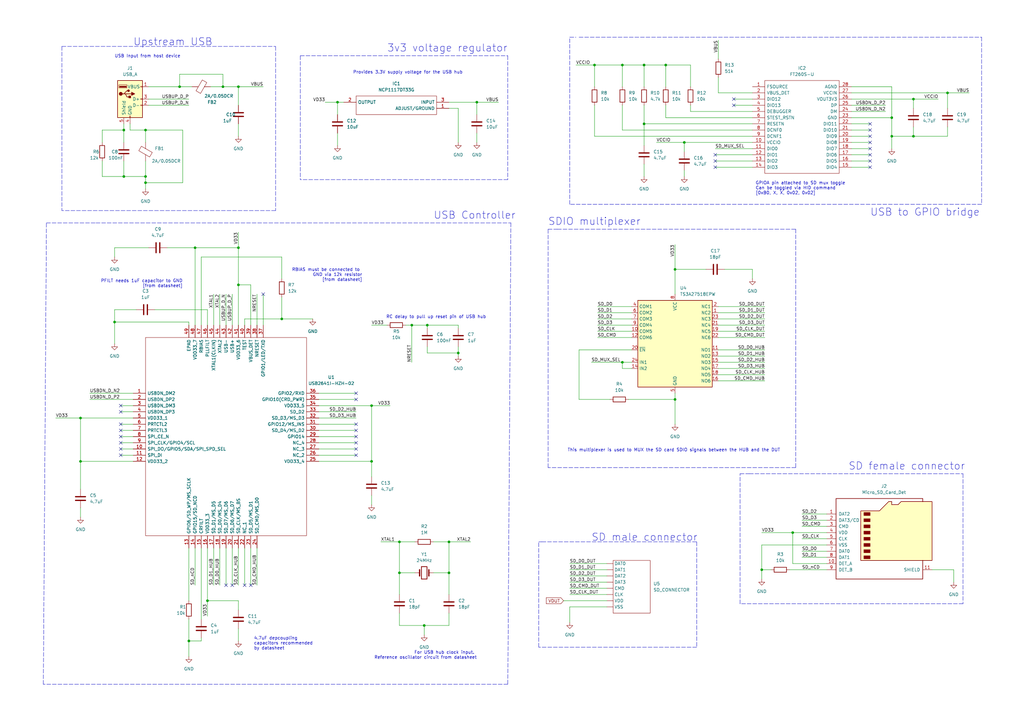
<source format=kicad_sch>
(kicad_sch (version 20211123) (generator eeschema)
  (paper "A3")
  (title_block (title "Autokit SD card Multiplexer") (company "balena"))
  (lib_symbols
    (symbol "Analog_Switch:TS3A27518EPW"
      (property "Reference" "U" (at -13.97 19.05 0))
      (property "Value" "TS3A27518EPW" (at 8.89 19.05 0))
      (symbol "TS3A27518EPW_0_1"
        (rectangle (start 15.24 -17.78) (end -15.24 17.78) (stroke (width 0.254)) (fill (type background)))
      )
      (symbol "TS3A27518EPW_1_1"
        (pin bidirectional line (at 17.78 12.7 180) (length 2.54) (name "NC2") (number "1"))
        (pin bidirectional line (at -17.78 5.08 0) (length 2.54) (name "COM5") (number "10"))
        (pin bidirectional line (at 17.78 -2.54 180) (length 2.54) (name "NO1") (number "11"))
        (pin bidirectional line (at -17.78 2.54 0) (length 2.54) (name "COM6") (number "12"))
        (pin bidirectional line (at 17.78 -5.08 180) (length 2.54) (name "NO2") (number "13"))
        (pin input line (at -17.78 -10.16 0) (length 2.54) (name "IN2") (number "14"))
        (pin bidirectional line (at 17.78 -7.62 180) (length 2.54) (name "NO3") (number "15"))
        (pin bidirectional line (at 17.78 -15.24 180) (length 2.54) (name "NO6") (number "16"))
        (pin bidirectional line (at 17.78 -10.16 180) (length 2.54) (name "NO4") (number "17"))
        (pin bidirectional line (at 17.78 -12.7 180) (length 2.54) (name "NO5") (number "18"))
        (pin bidirectional line (at 17.78 5.08 180) (length 2.54) (name "NC5") (number "19"))
        (pin bidirectional line (at 17.78 15.24 180) (length 2.54) (name "NC1") (number "2"))
        (pin input line (at -17.78 -2.54 0) (length 2.54) (name "~{EN}") (number "20"))
        (pin bidirectional line (at 17.78 7.62 180) (length 2.54) (name "NC4") (number "21"))
        (pin bidirectional line (at 17.78 2.54 180) (length 2.54) (name "NC6") (number "22"))
        (pin bidirectional line (at 17.78 10.16 180) (length 2.54) (name "NC3") (number "23"))
        (pin input line (at -17.78 -7.62 0) (length 2.54) (name "IN1") (number "24"))
        (pin no_connect line (at -15.24 -15.24 0) (length 2.54) hide (name "N.C.") (number "3"))
        (pin bidirectional line (at -17.78 15.24 0) (length 2.54) (name "COM1") (number "4"))
        (pin power_in line (at 0 -20.32 90) (length 2.54) (name "GND") (number "5"))
        (pin bidirectional line (at -17.78 12.7 0) (length 2.54) (name "COM2") (number "6"))
        (pin bidirectional line (at -17.78 10.16 0) (length 2.54) (name "COM3") (number "7"))
        (pin power_in line (at 0 20.32 270) (length 2.54) (name "VCC") (number "8"))
        (pin bidirectional line (at -17.78 7.62 0) (length 2.54) (name "COM4") (number "9"))
      )
    )
    (symbol "Connector:Micro_SD_Card_Det" (pin_names (offset 1.016))
      (property "Reference" "J" (at -16.51 17.78 0))
      (property "Value" "Micro_SD_Card_Det" (at 16.51 17.78 0))
      (symbol "Micro_SD_Card_Det_0_1"
        (rectangle (start -7.62 -6.985) (end -5.08 -8.255) (fill (type outline)))
        (rectangle (start -7.62 -4.445) (end -5.08 -5.715) (fill (type outline)))
        (rectangle (start -7.62 -1.905) (end -5.08 -3.175) (fill (type outline)))
        (rectangle (start -7.62 0.635) (end -5.08 -0.635) (fill (type outline)))
        (rectangle (start -7.62 3.175) (end -5.08 1.905) (fill (type outline)))
        (rectangle (start -7.62 5.715) (end -5.08 4.445) (fill (type outline)))
        (rectangle (start -7.62 8.255) (end -5.08 6.985) (fill (type outline)))
        (rectangle (start -7.62 10.795) (end -5.08 9.525) (fill (type outline)))
        (polyline (pts (xy 16.51 15.24) (xy 16.51 16.51) (xy -19.05 16.51) (xy -19.05 -16.51) (xy 16.51 -16.51) (xy 16.51 -8.89)) (stroke (width 0.254)))
        (polyline (pts (xy -8.89 -8.89) (xy -8.89 11.43) (xy -1.27 11.43) (xy 2.54 15.24) (xy 3.81 15.24) (xy 3.81 13.97) (xy 6.35 13.97) (xy 7.62 15.24) (xy 20.32 15.24) (xy 20.32 -8.89) (xy -8.89 -8.89)) (stroke (width 0.254)) (fill (type background)))
      )
      (symbol "Micro_SD_Card_Det_1_1"
        (pin bidirectional line (at -22.86 10.16 0) (length 3.81) (name "DAT2") (number "1"))
        (pin passive line (at -22.86 -10.16 0) (length 3.81) (name "DET_A") (number "10"))
        (pin passive line (at 20.32 -12.7 180) (length 3.81) (name "SHIELD") (number "11"))
        (pin bidirectional line (at -22.86 7.62 0) (length 3.81) (name "DAT3/CD") (number "2"))
        (pin input line (at -22.86 5.08 0) (length 3.81) (name "CMD") (number "3"))
        (pin power_in line (at -22.86 2.54 0) (length 3.81) (name "VDD") (number "4"))
        (pin input line (at -22.86 0 0) (length 3.81) (name "CLK") (number "5"))
        (pin power_in line (at -22.86 -2.54 0) (length 3.81) (name "VSS") (number "6"))
        (pin bidirectional line (at -22.86 -5.08 0) (length 3.81) (name "DAT0") (number "7"))
        (pin bidirectional line (at -22.86 -7.62 0) (length 3.81) (name "DAT1") (number "8"))
        (pin passive line (at -22.86 -12.7 0) (length 3.81) (name "DET_B") (number "9"))
      )
    )
    (symbol "Connector:USB_A" (pin_names (offset 1.016))
      (property "Reference" "J" (at -5.08 11.43 0))
      (property "Value" "USB_A" (at -5.08 8.89 0))
      (symbol "USB_A_0_1"
        (rectangle (start -5.08 -7.62) (end 5.08 7.62) (stroke (width 0.254)) (fill (type background)))
        (circle (center -3.81 2.159) (radius 0.635) (stroke (width 0.254)) (fill (type outline)))
        (rectangle (start -1.524 4.826) (end -4.318 5.334) (fill (type outline)))
        (rectangle (start -1.27 4.572) (end -4.572 5.842))
        (circle (center -0.635 3.429) (radius 0.381) (stroke (width 0.254)) (fill (type outline)))
        (rectangle (start -0.127 -7.62) (end 0.127 -6.858))
        (polyline (pts (xy -3.175 2.159) (xy -2.54 2.159) (xy -1.27 3.429) (xy -0.635 3.429)) (stroke (width 0.254)))
        (polyline (pts (xy -2.54 2.159) (xy -1.905 2.159) (xy -1.27 0.889) (xy 0 0.889)) (stroke (width 0.254)))
        (polyline (pts (xy 0.635 2.794) (xy 0.635 1.524) (xy 1.905 2.159) (xy 0.635 2.794)) (stroke (width 0.254)) (fill (type outline)))
        (rectangle (start 0.254 1.27) (end -0.508 0.508) (stroke (width 0.254)) (fill (type outline)))
        (rectangle (start 5.08 -2.667) (end 4.318 -2.413))
        (rectangle (start 5.08 -0.127) (end 4.318 0.127))
        (rectangle (start 5.08 4.953) (end 4.318 5.207))
      )
      (symbol "USB_A_1_1"
        (polyline (pts (xy -1.905 2.159) (xy 0.635 2.159)) (stroke (width 0.254)))
        (pin power_in line (at 7.62 5.08 180) (length 2.54) (name "VBUS") (number "1"))
        (pin bidirectional line (at 7.62 -2.54 180) (length 2.54) (name "D-") (number "2"))
        (pin bidirectional line (at 7.62 0 180) (length 2.54) (name "D+") (number "3"))
        (pin power_in line (at 0 -10.16 90) (length 2.54) (name "GND") (number "4"))
        (pin passive line (at -2.54 -10.16 90) (length 2.54) (name "Shield") (number "5"))
      )
    )
    (symbol "Device:C" (pin_numbers hide) (pin_names (offset 0.254))
      (property "Reference" "C" (at 0.635 2.54 0))
      (property "Value" "C" (at 0.635 -2.54 0))
      (symbol "C_0_1"
        (polyline (pts (xy -2.032 -0.762) (xy 2.032 -0.762)) (stroke (width 0.508)))
        (polyline (pts (xy -2.032 0.762) (xy 2.032 0.762)) (stroke (width 0.508)))
      )
      (symbol "C_1_1"
        (pin passive line (at 0 3.81 270) (length 2.794) (name "~") (number "1"))
        (pin passive line (at 0 -3.81 90) (length 2.794) (name "~") (number "2"))
      )
    )
    (symbol "Device:Crystal" (pin_numbers hide) (pin_names (offset 1.016) hide)
      (property "Reference" "Y" (at 0 3.81 0))
      (property "Value" "Crystal" (at 0 -3.81 0))
      (symbol "Crystal_0_1"
        (rectangle (start -1.143 2.54) (end 1.143 -2.54) (stroke (width 0.3048)))
        (polyline (pts (xy -2.54 0) (xy -1.905 0)))
        (polyline (pts (xy -1.905 -1.27) (xy -1.905 1.27)) (stroke (width 0.508)))
        (polyline (pts (xy 1.905 -1.27) (xy 1.905 1.27)) (stroke (width 0.508)))
        (polyline (pts (xy 2.54 0) (xy 1.905 0)))
      )
      (symbol "Crystal_1_1"
        (pin passive line (at -3.81 0 0) (length 1.27) (name "1") (number "1"))
        (pin passive line (at 3.81 0 180) (length 1.27) (name "2") (number "2"))
      )
    )
    (symbol "Device:FerriteBead" (pin_numbers hide) (pin_names (offset 0))
      (property "Reference" "FB" (at -3.81 0.635 90))
      (property "Value" "FerriteBead" (at 3.81 0 90))
      (symbol "FerriteBead_0_1"
        (polyline (pts (xy 0 -1.27) (xy 0 -1.2192)))
        (polyline (pts (xy 0 1.27) (xy 0 1.2954)))
        (polyline (pts (xy -2.7686 0.4064) (xy -1.7018 2.2606) (xy 2.7686 -0.3048) (xy 1.6764 -2.159) (xy -2.7686 0.4064)))
      )
      (symbol "FerriteBead_1_1"
        (pin passive line (at 0 3.81 270) (length 2.54) (name "~") (number "1"))
        (pin passive line (at 0 -3.81 90) (length 2.54) (name "~") (number "2"))
      )
    )
    (symbol "Device:R" (pin_numbers hide) (pin_names (offset 0))
      (property "Reference" "R" (at 2.032 0 90))
      (property "Value" "R" (at 0 0 90))
      (symbol "R_0_1"
        (rectangle (start -1.016 -2.54) (end 1.016 2.54) (stroke (width 0.254)))
      )
      (symbol "R_1_1"
        (pin passive line (at 0 3.81 270) (length 1.27) (name "~") (number "1"))
        (pin passive line (at 0 -3.81 90) (length 1.27) (name "~") (number "2"))
      )
    )
    (symbol "FT260S-U:FT260S-U" (pin_names (offset 0.762))
      (property "Reference" "IC" (at 36.83 7.62 0))
      (property "Value" "FT260S-U" (at 36.83 5.08 0))
      (symbol "FT260S-U_0_0"
        (pin passive line (at 0 0 0) (length 5.08) (name "FSOURCE") (number "1"))
        (pin passive line (at 0 -22.86 0) (length 5.08) (name "VCCIO") (number "10"))
        (pin passive line (at 0 -25.4 0) (length 5.08) (name "DIO0") (number "11"))
        (pin passive line (at 0 -27.94 0) (length 5.08) (name "DIO1") (number "12"))
        (pin passive line (at 0 -30.48 0) (length 5.08) (name "DIO2") (number "13"))
        (pin passive line (at 0 -33.02 0) (length 5.08) (name "DIO3") (number "14"))
        (pin passive line (at 40.64 -33.02 180) (length 5.08) (name "DIO4") (number "15"))
        (pin passive line (at 40.64 -30.48 180) (length 5.08) (name "DIO5") (number "16"))
        (pin passive line (at 40.64 -27.94 180) (length 5.08) (name "DIO6") (number "17"))
        (pin passive line (at 40.64 -25.4 180) (length 5.08) (name "DIO7") (number "18"))
        (pin passive line (at 40.64 -22.86 180) (length 5.08) (name "DIO8") (number "19"))
        (pin passive line (at 0 -2.54 0) (length 5.08) (name "VBUS_DET") (number "2"))
        (pin passive line (at 40.64 -20.32 180) (length 5.08) (name "DIO9") (number "20"))
        (pin passive line (at 40.64 -17.78 180) (length 5.08) (name "DIO10") (number "21"))
        (pin passive line (at 40.64 -15.24 180) (length 5.08) (name "DIO11") (number "22"))
        (pin passive line (at 40.64 -12.7 180) (length 5.08) (name "GND") (number "23"))
        (pin passive line (at 40.64 -10.16 180) (length 5.08) (name "DM") (number "24"))
        (pin passive line (at 40.64 -7.62 180) (length 5.08) (name "DP") (number "25"))
        (pin passive line (at 40.64 -5.08 180) (length 5.08) (name "VOUT3V3") (number "26"))
        (pin passive line (at 40.64 -2.54 180) (length 5.08) (name "VCCIN") (number "27"))
        (pin passive line (at 40.64 0 180) (length 5.08) (name "AGND") (number "28"))
        (pin passive line (at 0 -5.08 0) (length 5.08) (name "DIO12") (number "3"))
        (pin passive line (at 0 -7.62 0) (length 5.08) (name "DIO13") (number "4"))
        (pin passive line (at 0 -10.16 0) (length 5.08) (name "DEBUGGER") (number "5"))
        (pin passive line (at 0 -12.7 0) (length 5.08) (name "STEST_RSTN") (number "6"))
        (pin passive line (at 0 -15.24 0) (length 5.08) (name "RESETN") (number "7"))
        (pin passive line (at 0 -17.78 0) (length 5.08) (name "DCNF0") (number "8"))
        (pin passive line (at 0 -20.32 0) (length 5.08) (name "DCNF1") (number "9"))
      )
      (symbol "FT260S-U_0_1"
        (polyline (pts (xy 5.08 2.54) (xy 35.56 2.54) (xy 35.56 -35.56) (xy 5.08 -35.56) (xy 5.08 2.54)) (stroke (width 0.1524)))
      )
    )
    (symbol "NCP1117DT33G:NCP1117DT33G" (pin_names (offset 0.762))
      (property "Reference" "IC" (at 39.37 7.62 0))
      (property "Value" "NCP1117DT33G" (at 39.37 5.08 0))
      (symbol "NCP1117DT33G_0_0"
        (pin passive line (at 43.18 -2.54 180) (length 5.08) (name "ADJUST/GROUND") (number "1"))
        (pin passive line (at 0 0 0) (length 5.08) (name "OUTPUT") (number "2"))
        (pin passive line (at 43.18 0 180) (length 5.08) (name "INPUT") (number "3"))
      )
      (symbol "NCP1117DT33G_0_1"
        (polyline (pts (xy 5.08 2.54) (xy 38.1 2.54) (xy 38.1 -5.08) (xy 5.08 -5.08) (xy 5.08 2.54)) (stroke (width 0.1524)))
      )
    )
    (symbol "USB2641I-HZH-02:USB2641I-HZH-02" (pin_names (offset 0.762))
      (property "Reference" "IC" (at 72.39 27.94 0))
      (property "Value" "USB2641I-HZH-02" (at 72.39 25.4 0))
      (symbol "USB2641I-HZH-02_0_0"
        (pin passive line (at 0 0 0) (length 5.08) (name "USBDN_DM2") (number "1"))
        (pin passive line (at 0 -22.86 0) (length 5.08) (name "SPI_DO/GPIO5/SDA/SPI_SPD_SEL") (number "10"))
        (pin passive line (at 0 -25.4 0) (length 5.08) (name "SPI_DI") (number "11"))
        (pin passive line (at 0 -27.94 0) (length 5.08) (name "VDD33_2") (number "12"))
        (pin passive line (at 22.86 -63.5 90) (length 5.08) (name "GPIO6/SD_WP/MS_SCLK") (number "13"))
        (pin passive line (at 25.4 -63.5 90) (length 5.08) (name "GPIO15/SD_NCD") (number "14"))
        (pin passive line (at 27.94 -63.5 90) (length 5.08) (name "CRFILT") (number "15"))
        (pin passive line (at 30.48 -63.5 90) (length 5.08) (name "VDD33_3") (number "16"))
        (pin passive line (at 33.02 -63.5 90) (length 5.08) (name "SD_D1/MS_D5") (number "17"))
        (pin passive line (at 35.56 -63.5 90) (length 5.08) (name "SD_D0/MS_D4") (number "18"))
        (pin passive line (at 38.1 -63.5 90) (length 5.08) (name "SD_D7/MS_D6") (number "19"))
        (pin passive line (at 0 -2.54 0) (length 5.08) (name "USBDN_DP2") (number "2"))
        (pin passive line (at 40.64 -63.5 90) (length 5.08) (name "SD_D6/MS_D7") (number "20"))
        (pin passive line (at 43.18 -63.5 90) (length 5.08) (name "SD_CLK/MS_BS") (number "21"))
        (pin passive line (at 45.72 -63.5 90) (length 5.08) (name "NC_1") (number "22"))
        (pin passive line (at 48.26 -63.5 90) (length 5.08) (name "SD_D5/MS_D1") (number "23"))
        (pin passive line (at 50.8 -63.5 90) (length 5.08) (name "SD_CMD/MS_D0") (number "24"))
        (pin passive line (at 76.2 -27.94 180) (length 5.08) (name "VDD33_4") (number "25"))
        (pin passive line (at 76.2 -25.4 180) (length 5.08) (name "NC_2") (number "26"))
        (pin passive line (at 76.2 -22.86 180) (length 5.08) (name "NC_3") (number "27"))
        (pin passive line (at 76.2 -20.32 180) (length 5.08) (name "NC_4") (number "28"))
        (pin passive line (at 76.2 -17.78 180) (length 5.08) (name "GPIO14") (number "29"))
        (pin passive line (at 0 -5.08 0) (length 5.08) (name "USBDN_DM3") (number "3"))
        (pin passive line (at 76.2 -15.24 180) (length 5.08) (name "SD_D4/MS_D2") (number "30"))
        (pin passive line (at 76.2 -12.7 180) (length 5.08) (name "GPIO12/MS_INS") (number "31"))
        (pin passive line (at 76.2 -10.16 180) (length 5.08) (name "SD_D3/MS_D3") (number "32"))
        (pin passive line (at 76.2 -7.62 180) (length 5.08) (name "SD_D2") (number "33"))
        (pin passive line (at 76.2 -5.08 180) (length 5.08) (name "VDD33_5") (number "34"))
        (pin passive line (at 76.2 -2.54 180) (length 5.08) (name "GPIO10(CRD_PWR)") (number "35"))
        (pin passive line (at 76.2 0 180) (length 5.08) (name "GPIO2/RXD") (number "36"))
        (pin passive line (at 53.34 27.94 270) (length 5.08) (name "GPIO1/LED/TXD") (number "37"))
        (pin passive line (at 50.8 27.94 270) (length 5.08) (name "NRESET") (number "38"))
        (pin passive line (at 48.26 27.94 270) (length 5.08) (name "VBUS_DET") (number "39"))
        (pin passive line (at 0 -7.62 0) (length 5.08) (name "USBDN_DP3") (number "4"))
        (pin passive line (at 45.72 27.94 270) (length 5.08) (name "TEST") (number "40"))
        (pin passive line (at 43.18 27.94 270) (length 5.08) (name "VDD33_6") (number "41"))
        (pin passive line (at 40.64 27.94 270) (length 5.08) (name "USB+") (number "42"))
        (pin passive line (at 38.1 27.94 270) (length 5.08) (name "USB-") (number "43"))
        (pin passive line (at 35.56 27.94 270) (length 5.08) (name "XTAL2") (number "44"))
        (pin passive line (at 33.02 27.94 270) (length 5.08) (name "XTAL1(CLKIN)") (number "45"))
        (pin passive line (at 30.48 27.94 270) (length 5.08) (name "PLLFILT") (number "46"))
        (pin passive line (at 27.94 27.94 270) (length 5.08) (name "RBIAS") (number "47"))
        (pin passive line (at 25.4 27.94 270) (length 5.08) (name "VDD33_7") (number "48"))
        (pin passive line (at 22.86 27.94 270) (length 5.08) (name "EPAD") (number "49"))
        (pin passive line (at 0 -10.16 0) (length 5.08) (name "VDD33_1") (number "5"))
        (pin passive line (at 0 -12.7 0) (length 5.08) (name "PRTCTL2") (number "6"))
        (pin passive line (at 0 -15.24 0) (length 5.08) (name "PRTCTL3") (number "7"))
        (pin passive line (at 0 -17.78 0) (length 5.08) (name "SPI_CE_N") (number "8"))
        (pin passive line (at 0 -20.32 0) (length 5.08) (name "SPI_CLK/GPIO4/SCL") (number "9"))
      )
      (symbol "USB2641I-HZH-02_0_1"
        (polyline (pts (xy 5.08 22.86) (xy 71.12 22.86) (xy 71.12 -58.42) (xy 5.08 -58.42) (xy 5.08 22.86)) (stroke (width 0.1524)))
      )
    )
    (symbol "power:GND" (power) (pin_names (offset 0))
      (property "Value" "GND" (at 0 -3.81 0))
      (symbol "GND_0_1"
        (polyline (pts (xy 0 0) (xy 0 -1.27) (xy 1.27 -1.27) (xy 0 -2.54) (xy -1.27 -1.27) (xy 0 -1.27)))
      )
      (symbol "GND_1_1"
        (pin power_in line (at 0 0 270) (length 0) hide (name "GND") (number "1"))
      )
    )
    (symbol "sd:SD_CONNECTOR"
      (property "Reference" "U" (at 0 0 0))
      (property "Value" "SD_CONNECTOR" (at 0 -2.54 0))
      (symbol "SD_CONNECTOR_0_1"
        (rectangle (start -7.62 -5.08) (end 7.62 -26.67))
      )
      (symbol "SD_CONNECTOR_1_1"
        (pin bidirectional line (at -10.16 -19.05 0) (length 2.54) (name "CLK") (number ""))
        (pin bidirectional line (at -10.16 -16.51 0) (length 2.54) (name "CMD") (number ""))
        (pin bidirectional line (at -10.16 -6.35 0) (length 2.54) (name "DAT0") (number ""))
        (pin bidirectional line (at -10.16 -8.89 0) (length 2.54) (name "DAT1") (number ""))
        (pin bidirectional line (at -10.16 -11.43 0) (length 2.54) (name "DAT2") (number ""))
        (pin bidirectional line (at -10.16 -13.97 0) (length 2.54) (name "DAT3") (number ""))
        (pin input line (at -10.16 -21.59 0) (length 2.54) (name "VDD") (number ""))
        (pin input line (at -10.16 -24.13 0) (length 2.54) (name "VSS") (number ""))
      )
    )
  )
  (junction (at 91.44 35.56))
  (junction (at 163.83 222.25))
  (junction (at 374.65 40.64))
  (junction (at 85.09 246.38))
  (junction (at 374.65 55.88))
  (junction (at 184.15 222.25))
  (junction (at 97.79 101.6))
  (junction (at 264.16 50.8))
  (junction (at 46.99 132.08))
  (junction (at 195.58 41.91))
  (junction (at 325.12 218.44))
  (junction (at 50.8 72.39))
  (junction (at 152.4 189.23))
  (junction (at 168.91 133.35))
  (junction (at 115.57 130.81))
  (junction (at 365.76 48.26))
  (junction (at 264.16 26.67))
  (junction (at 50.8 53.34))
  (junction (at 184.15 234.95))
  (junction (at 280.67 58.42))
  (junction (at 59.69 74.93))
  (junction (at 243.84 26.67))
  (junction (at 312.42 233.68))
  (junction (at 97.79 116.84))
  (junction (at 255.27 26.67))
  (junction (at 273.05 26.67))
  (junction (at 163.83 234.95))
  (junction (at 73.66 35.56))
  (junction (at 175.26 133.35))
  (junction (at 33.02 171.45))
  (junction (at 255.27 148.59))
  (junction (at 77.47 262.89))
  (junction (at 365.76 55.88))
  (junction (at 97.79 35.56))
  (junction (at 276.86 163.83))
  (junction (at 173.99 256.54))
  (junction (at 187.96 144.78))
  (junction (at 276.86 110.49))
  (junction (at 59.69 72.39))
  (junction (at 59.69 53.34))
  (junction (at 80.01 101.6))
  (junction (at 33.02 189.23))
  (junction (at 388.62 38.1))
  (junction (at 152.4 166.37))
  (junction (at 138.43 41.91))
  (no_connect (at 146.05 163.83))
  (no_connect (at 146.05 179.07))
  (no_connect (at 146.05 161.29))
  (no_connect (at 92.71 240.03))
  (no_connect (at 95.25 240.03))
  (no_connect (at 49.53 166.37))
  (no_connect (at 49.53 168.91))
  (no_connect (at 300.99 40.64))
  (no_connect (at 300.99 43.18))
  (no_connect (at 356.87 63.5))
  (no_connect (at 356.87 66.04))
  (no_connect (at 356.87 68.58))
  (no_connect (at 356.87 50.8))
  (no_connect (at 356.87 53.34))
  (no_connect (at 356.87 60.96))
  (no_connect (at 356.87 55.88))
  (no_connect (at 356.87 58.42))
  (no_connect (at 49.53 181.61))
  (no_connect (at 49.53 186.69))
  (no_connect (at 100.33 240.03))
  (no_connect (at 146.05 173.99))
  (no_connect (at 49.53 173.99))
  (no_connect (at 49.53 184.15))
  (no_connect (at 102.87 240.03))
  (no_connect (at 107.95 120.65))
  (no_connect (at 49.53 179.07))
  (no_connect (at 146.05 181.61))
  (no_connect (at 146.05 184.15))
  (no_connect (at 146.05 186.69))
  (no_connect (at 146.05 176.53))
  (no_connect (at 293.37 63.5))
  (no_connect (at 293.37 68.58))
  (no_connect (at 293.37 66.04))
  (no_connect (at 49.53 176.53))
  (wire (pts (xy 60.96 43.18) (xy 77.47 43.18)))
  (wire (pts (xy 163.83 256.54) (xy 173.99 256.54)))
  (wire (pts (xy 60.96 40.64) (xy 77.47 40.64)))
  (wire (pts (xy 107.95 120.65) (xy 107.95 133.35)))
  (polyline (pts (xy 237.49 15.24) (xy 402.59 15.24)))
  (wire (pts (xy 325.12 231.14) (xy 339.09 231.14)))
  (wire (pts (xy 33.02 189.23) (xy 33.02 200.66)))
  (wire (pts (xy 259.08 151.13) (xy 255.27 151.13)))
  (wire (pts (xy 365.76 48.26) (xy 365.76 55.88)))
  (wire (pts (xy 152.4 203.2) (xy 152.4 207.01)))
  (wire (pts (xy 264.16 43.18) (xy 264.16 50.8)))
  (wire (pts (xy 293.37 66.04) (xy 308.61 66.04)))
  (wire (pts (xy 130.81 173.99) (xy 146.05 173.99)))
  (wire (pts (xy 255.27 26.67) (xy 264.16 26.67)))
  (wire (pts (xy 243.84 55.88) (xy 243.84 43.18)))
  (wire (pts (xy 184.15 222.25) (xy 184.15 234.95)))
  (wire (pts (xy 273.05 35.56) (xy 273.05 26.67)))
  (wire (pts (xy 97.79 50.8) (xy 97.79 55.88)))
  (wire (pts (xy 276.86 100.33) (xy 276.86 110.49)))
  (wire (pts (xy 130.81 186.69) (xy 146.05 186.69)))
  (wire (pts (xy 92.71 120.65) (xy 92.71 133.35)))
  (wire (pts (xy 175.26 133.35) (xy 187.96 133.35)))
  (wire (pts (xy 365.76 55.88) (xy 374.65 55.88)))
  (wire (pts (xy 82.55 261.62) (xy 82.55 262.89)))
  (wire (pts (xy 349.25 60.96) (xy 356.87 60.96)))
  (wire (pts (xy 95.25 224.79) (xy 95.25 240.03)))
  (wire (pts (xy 255.27 148.59) (xy 259.08 148.59)))
  (wire (pts (xy 49.53 186.69) (xy 54.61 186.69)))
  (polyline (pts (xy 208.28 22.86) (xy 208.28 73.66)))
  (wire (pts (xy 73.66 30.48) (xy 91.44 30.48)))
  (wire (pts (xy 243.84 26.67) (xy 255.27 26.67)))
  (wire (pts (xy 312.42 223.52) (xy 339.09 223.52)))
  (wire (pts (xy 349.25 53.34) (xy 356.87 53.34)))
  (wire (pts (xy 233.68 248.92) (xy 233.68 255.27)))
  (wire (pts (xy 280.67 58.42) (xy 280.67 62.23)))
  (wire (pts (xy 49.53 173.99) (xy 54.61 173.99)))
  (wire (pts (xy 325.12 218.44) (xy 339.09 218.44)))
  (wire (pts (xy 130.81 163.83) (xy 146.05 163.83)))
  (wire (pts (xy 233.68 231.14) (xy 248.92 231.14)))
  (wire (pts (xy 349.25 40.64) (xy 374.65 40.64)))
  (wire (pts (xy 233.68 236.22) (xy 248.92 236.22)))
  (wire (pts (xy 349.25 38.1) (xy 388.62 38.1)))
  (wire (pts (xy 245.11 128.27) (xy 259.08 128.27)))
  (wire (pts (xy 195.58 41.91) (xy 204.47 41.91)))
  (wire (pts (xy 294.64 153.67) (xy 313.69 153.67)))
  (wire (pts (xy 130.81 168.91) (xy 146.05 168.91)))
  (wire (pts (xy 130.81 161.29) (xy 146.05 161.29)))
  (wire (pts (xy 173.99 256.54) (xy 184.15 256.54)))
  (polyline (pts (xy 123.19 22.86) (xy 208.28 22.86)))
  (wire (pts (xy 33.02 171.45) (xy 54.61 171.45)))
  (wire (pts (xy 388.62 38.1) (xy 388.62 44.45)))
  (wire (pts (xy 152.4 133.35) (xy 158.75 133.35)))
  (polyline (pts (xy 307.34 194.31) (xy 394.97 194.31)))
  (wire (pts (xy 46.99 127) (xy 46.99 132.08)))
  (polyline (pts (xy 285.75 265.43) (xy 220.98 265.43)))
  (wire (pts (xy 365.76 55.88) (xy 365.76 60.96)))
  (wire (pts (xy 41.91 53.34) (xy 50.8 53.34)))
  (wire (pts (xy 294.64 31.75) (xy 294.64 38.1)))
  (polyline (pts (xy 224.79 191.77) (xy 224.79 93.98)))
  (wire (pts (xy 255.27 26.67) (xy 255.27 35.56)))
  (wire (pts (xy 264.16 35.56) (xy 264.16 26.67)))
  (wire (pts (xy 50.8 72.39) (xy 59.69 72.39)))
  (polyline (pts (xy 228.6 93.98) (xy 326.39 93.98)))
  (wire (pts (xy 325.12 231.14) (xy 325.12 218.44)))
  (wire (pts (xy 33.02 189.23) (xy 54.61 189.23)))
  (wire (pts (xy 22.86 171.45) (xy 33.02 171.45)))
  (wire (pts (xy 300.99 43.18) (xy 308.61 43.18)))
  (wire (pts (xy 138.43 54.61) (xy 138.43 59.69)))
  (wire (pts (xy 90.17 120.65) (xy 90.17 133.35)))
  (wire (pts (xy 77.47 224.79) (xy 77.47 246.38)))
  (wire (pts (xy 187.96 142.24) (xy 187.96 144.78)))
  (wire (pts (xy 273.05 43.18) (xy 273.05 48.26)))
  (wire (pts (xy 293.37 63.5) (xy 308.61 63.5)))
  (wire (pts (xy 294.64 135.89) (xy 313.69 135.89)))
  (wire (pts (xy 49.53 181.61) (xy 54.61 181.61)))
  (wire (pts (xy 133.35 41.91) (xy 138.43 41.91)))
  (wire (pts (xy 259.08 143.51) (xy 237.49 143.51)))
  (wire (pts (xy 374.65 55.88) (xy 388.62 55.88)))
  (wire (pts (xy 60.96 35.56) (xy 73.66 35.56)))
  (wire (pts (xy 231.14 246.38) (xy 248.92 246.38)))
  (wire (pts (xy 233.68 233.68) (xy 248.92 233.68)))
  (wire (pts (xy 168.91 133.35) (xy 175.26 133.35)))
  (wire (pts (xy 328.93 210.82) (xy 339.09 210.82)))
  (wire (pts (xy 177.8 234.95) (xy 184.15 234.95)))
  (wire (pts (xy 168.91 133.35) (xy 168.91 148.59)))
  (wire (pts (xy 276.86 110.49) (xy 276.86 120.65)))
  (polyline (pts (xy 394.97 247.65) (xy 303.53 247.65)))
  (wire (pts (xy 49.53 166.37) (xy 54.61 166.37)))
  (wire (pts (xy 308.61 53.34) (xy 255.27 53.34)))
  (wire (pts (xy 97.79 35.56) (xy 97.79 43.18)))
  (wire (pts (xy 391.16 238.76) (xy 391.16 233.68)))
  (wire (pts (xy 283.21 43.18) (xy 283.21 45.72)))
  (wire (pts (xy 276.86 110.49) (xy 289.56 110.49)))
  (wire (pts (xy 308.61 38.1) (xy 294.64 38.1)))
  (wire (pts (xy 349.25 68.58) (xy 356.87 68.58)))
  (wire (pts (xy 233.68 238.76) (xy 248.92 238.76)))
  (polyline (pts (xy 17.78 280.67) (xy 19.05 91.44)))
  (wire (pts (xy 80.01 101.6) (xy 97.79 101.6)))
  (polyline (pts (xy 25.4 19.05) (xy 113.03 19.05)))
  (wire (pts (xy 95.25 120.65) (xy 95.25 133.35)))
  (wire (pts (xy 68.58 101.6) (xy 80.01 101.6)))
  (wire (pts (xy 130.81 184.15) (xy 146.05 184.15)))
  (wire (pts (xy 323.85 233.68) (xy 339.09 233.68)))
  (wire (pts (xy 177.8 222.25) (xy 184.15 222.25)))
  (wire (pts (xy 264.16 50.8) (xy 264.16 59.69)))
  (wire (pts (xy 97.79 250.19) (xy 97.79 246.38)))
  (wire (pts (xy 175.26 144.78) (xy 187.96 144.78)))
  (wire (pts (xy 276.86 161.29) (xy 276.86 163.83)))
  (wire (pts (xy 36.83 161.29) (xy 54.61 161.29)))
  (wire (pts (xy 243.84 26.67) (xy 243.84 35.56)))
  (wire (pts (xy 59.69 72.39) (xy 59.69 74.93)))
  (wire (pts (xy 294.64 151.13) (xy 313.69 151.13)))
  (wire (pts (xy 257.81 163.83) (xy 276.86 163.83)))
  (wire (pts (xy 50.8 50.8) (xy 50.8 53.34)))
  (wire (pts (xy 130.81 176.53) (xy 146.05 176.53)))
  (polyline (pts (xy 224.79 93.98) (xy 228.6 93.98)))
  (wire (pts (xy 53.34 53.34) (xy 59.69 53.34)))
  (wire (pts (xy 50.8 66.04) (xy 50.8 72.39)))
  (wire (pts (xy 156.21 222.25) (xy 163.83 222.25)))
  (polyline (pts (xy 402.59 15.24) (xy 402.59 83.82)))
  (wire (pts (xy 187.96 133.35) (xy 187.96 134.62)))
  (wire (pts (xy 97.79 116.84) (xy 97.79 133.35)))
  (wire (pts (xy 283.21 26.67) (xy 283.21 35.56)))
  (polyline (pts (xy 208.28 73.66) (xy 123.19 73.66)))
  (wire (pts (xy 97.79 224.79) (xy 97.79 240.03)))
  (wire (pts (xy 36.83 163.83) (xy 54.61 163.83)))
  (wire (pts (xy 77.47 262.89) (xy 77.47 269.24)))
  (wire (pts (xy 294.64 16.51) (xy 294.64 24.13)))
  (wire (pts (xy 280.67 58.42) (xy 308.61 58.42)))
  (wire (pts (xy 175.26 133.35) (xy 175.26 134.62)))
  (wire (pts (xy 82.55 133.35) (xy 82.55 105.41)))
  (wire (pts (xy 91.44 35.56) (xy 97.79 35.56)))
  (wire (pts (xy 73.66 35.56) (xy 73.66 30.48)))
  (polyline (pts (xy 233.68 83.82) (xy 233.68 15.24)))
  (wire (pts (xy 163.83 222.25) (xy 163.83 234.95)))
  (wire (pts (xy 237.49 163.83) (xy 250.19 163.83)))
  (polyline (pts (xy 222.25 222.25) (xy 285.75 222.25)))
  (wire (pts (xy 308.61 50.8) (xy 264.16 50.8)))
  (wire (pts (xy 328.93 213.36) (xy 339.09 213.36)))
  (wire (pts (xy 187.96 144.78) (xy 187.96 146.05)))
  (wire (pts (xy 245.11 133.35) (xy 259.08 133.35)))
  (wire (pts (xy 41.91 66.04) (xy 41.91 72.39)))
  (polyline (pts (xy 220.98 265.43) (xy 220.98 222.25)))
  (wire (pts (xy 391.16 233.68) (xy 382.27 233.68)))
  (wire (pts (xy 100.33 133.35) (xy 100.33 130.81)))
  (wire (pts (xy 184.15 41.91) (xy 195.58 41.91)))
  (wire (pts (xy 102.87 116.84) (xy 102.87 133.35)))
  (wire (pts (xy 138.43 41.91) (xy 140.97 41.91)))
  (wire (pts (xy 276.86 163.83) (xy 276.86 173.99)))
  (wire (pts (xy 55.88 127) (xy 46.99 127)))
  (wire (pts (xy 328.93 226.06) (xy 339.09 226.06)))
  (wire (pts (xy 328.93 228.6) (xy 339.09 228.6)))
  (polyline (pts (xy 25.4 19.05) (xy 25.4 86.36)))
  (wire (pts (xy 115.57 130.81) (xy 128.27 130.81)))
  (wire (pts (xy 349.25 66.04) (xy 356.87 66.04)))
  (wire (pts (xy 85.09 224.79) (xy 85.09 246.38)))
  (wire (pts (xy 195.58 54.61) (xy 195.58 58.42)))
  (wire (pts (xy 349.25 55.88) (xy 356.87 55.88)))
  (wire (pts (xy 184.15 234.95) (xy 184.15 243.84)))
  (wire (pts (xy 152.4 189.23) (xy 152.4 195.58)))
  (wire (pts (xy 46.99 132.08) (xy 46.99 140.97)))
  (polyline (pts (xy 303.53 194.31) (xy 307.34 194.31)))
  (wire (pts (xy 152.4 166.37) (xy 160.02 166.37)))
  (polyline (pts (xy 233.68 15.24) (xy 236.22 15.24)))
  (wire (pts (xy 173.99 256.54) (xy 173.99 260.35)))
  (wire (pts (xy 85.09 246.38) (xy 85.09 252.73)))
  (wire (pts (xy 349.25 45.72) (xy 363.22 45.72)))
  (wire (pts (xy 130.81 181.61) (xy 146.05 181.61)))
  (wire (pts (xy 130.81 179.07) (xy 146.05 179.07)))
  (wire (pts (xy 85.09 246.38) (xy 97.79 246.38)))
  (wire (pts (xy 233.68 243.84) (xy 248.92 243.84)))
  (wire (pts (xy 374.65 44.45) (xy 374.65 40.64)))
  (wire (pts (xy 33.02 208.28) (xy 33.02 212.09)))
  (wire (pts (xy 41.91 58.42) (xy 41.91 53.34)))
  (wire (pts (xy 105.41 120.65) (xy 105.41 133.35)))
  (wire (pts (xy 245.11 130.81) (xy 259.08 130.81)))
  (polyline (pts (xy 303.53 247.65) (xy 303.53 194.31)))
  (wire (pts (xy 245.11 135.89) (xy 259.08 135.89)))
  (wire (pts (xy 97.79 95.25) (xy 97.79 101.6)))
  (polyline (pts (xy 326.39 191.77) (xy 224.79 191.77)))
  (wire (pts (xy 97.79 35.56) (xy 107.95 35.56)))
  (wire (pts (xy 102.87 224.79) (xy 102.87 240.03)))
  (wire (pts (xy 308.61 110.49) (xy 308.61 114.3)))
  (polyline (pts (xy 220.98 222.25) (xy 222.25 222.25)))
  (wire (pts (xy 328.93 215.9) (xy 339.09 215.9)))
  (wire (pts (xy 349.25 58.42) (xy 356.87 58.42)))
  (wire (pts (xy 184.15 222.25) (xy 193.04 222.25)))
  (wire (pts (xy 82.55 224.79) (xy 82.55 254)))
  (wire (pts (xy 294.64 148.59) (xy 313.69 148.59)))
  (wire (pts (xy 115.57 121.92) (xy 115.57 130.81)))
  (wire (pts (xy 294.64 130.81) (xy 313.69 130.81)))
  (wire (pts (xy 100.33 224.79) (xy 100.33 240.03)))
  (wire (pts (xy 59.69 53.34) (xy 74.93 53.34)))
  (wire (pts (xy 264.16 26.67) (xy 273.05 26.67)))
  (wire (pts (xy 237.49 143.51) (xy 237.49 163.83)))
  (wire (pts (xy 50.8 53.34) (xy 50.8 58.42)))
  (wire (pts (xy 77.47 254) (xy 77.47 262.89)))
  (wire (pts (xy 388.62 38.1) (xy 397.51 38.1)))
  (wire (pts (xy 49.53 184.15) (xy 54.61 184.15)))
  (wire (pts (xy 74.93 74.93) (xy 59.69 74.93)))
  (wire (pts (xy 293.37 60.96) (xy 308.61 60.96)))
  (wire (pts (xy 97.79 116.84) (xy 102.87 116.84)))
  (wire (pts (xy 87.63 224.79) (xy 87.63 240.03)))
  (wire (pts (xy 163.83 234.95) (xy 163.83 243.84)))
  (wire (pts (xy 59.69 66.04) (xy 59.69 72.39)))
  (wire (pts (xy 293.37 68.58) (xy 308.61 68.58)))
  (wire (pts (xy 233.68 241.3) (xy 248.92 241.3)))
  (polyline (pts (xy 209.55 91.44) (xy 208.28 280.67)))
  (wire (pts (xy 245.11 138.43) (xy 259.08 138.43)))
  (wire (pts (xy 349.25 35.56) (xy 365.76 35.56)))
  (wire (pts (xy 294.64 156.21) (xy 313.69 156.21)))
  (wire (pts (xy 91.44 30.48) (xy 91.44 35.56)))
  (wire (pts (xy 33.02 171.45) (xy 33.02 189.23)))
  (wire (pts (xy 53.34 50.8) (xy 53.34 53.34)))
  (wire (pts (xy 374.65 52.07) (xy 374.65 55.88)))
  (wire (pts (xy 349.25 43.18) (xy 363.22 43.18)))
  (wire (pts (xy 294.64 133.35) (xy 313.69 133.35)))
  (wire (pts (xy 85.09 127) (xy 63.5 127)))
  (polyline (pts (xy 208.28 280.67) (xy 17.78 280.67)))
  (wire (pts (xy 74.93 53.34) (xy 74.93 74.93)))
  (polyline (pts (xy 394.97 194.31) (xy 394.97 247.65)))
  (wire (pts (xy 152.4 189.23) (xy 152.4 166.37)))
  (wire (pts (xy 236.22 26.67) (xy 243.84 26.67)))
  (wire (pts (xy 41.91 72.39) (xy 50.8 72.39)))
  (polyline (pts (xy 39.37 91.44) (xy 209.55 91.44)))
  (wire (pts (xy 163.83 234.95) (xy 170.18 234.95)))
  (wire (pts (xy 59.69 74.93) (xy 59.69 77.47)))
  (polyline (pts (xy 123.19 22.86) (xy 123.19 73.66)))
  (wire (pts (xy 80.01 224.79) (xy 80.01 240.03)))
  (wire (pts (xy 297.18 110.49) (xy 308.61 110.49)))
  (wire (pts (xy 166.37 133.35) (xy 168.91 133.35)))
  (wire (pts (xy 255.27 43.18) (xy 255.27 53.34)))
  (wire (pts (xy 195.58 41.91) (xy 195.58 46.99)))
  (wire (pts (xy 294.64 138.43) (xy 313.69 138.43)))
  (wire (pts (xy 49.53 179.07) (xy 54.61 179.07)))
  (wire (pts (xy 97.79 101.6) (xy 97.79 116.84)))
  (wire (pts (xy 59.69 53.34) (xy 59.69 58.42)))
  (wire (pts (xy 73.66 35.56) (xy 78.74 35.56)))
  (wire (pts (xy 92.71 224.79) (xy 92.71 240.03)))
  (polyline (pts (xy 19.05 91.44) (xy 39.37 91.44)))
  (wire (pts (xy 86.36 35.56) (xy 91.44 35.56)))
  (wire (pts (xy 248.92 248.92) (xy 233.68 248.92)))
  (wire (pts (xy 82.55 105.41) (xy 115.57 105.41)))
  (wire (pts (xy 312.42 218.44) (xy 325.12 218.44)))
  (wire (pts (xy 242.57 148.59) (xy 255.27 148.59)))
  (wire (pts (xy 87.63 120.65) (xy 87.63 133.35)))
  (wire (pts (xy 300.99 40.64) (xy 308.61 40.64)))
  (wire (pts (xy 187.96 58.42) (xy 187.96 44.45)))
  (wire (pts (xy 280.67 69.85) (xy 280.67 72.39)))
  (wire (pts (xy 77.47 262.89) (xy 82.55 262.89)))
  (wire (pts (xy 175.26 142.24) (xy 175.26 144.78)))
  (wire (pts (xy 312.42 233.68) (xy 316.23 233.68)))
  (wire (pts (xy 138.43 41.91) (xy 138.43 46.99)))
  (polyline (pts (xy 402.59 83.82) (xy 233.68 83.82)))
  (wire (pts (xy 349.25 63.5) (xy 356.87 63.5)))
  (wire (pts (xy 308.61 45.72) (xy 283.21 45.72)))
  (wire (pts (xy 328.93 220.98) (xy 339.09 220.98)))
  (wire (pts (xy 245.11 125.73) (xy 259.08 125.73)))
  (wire (pts (xy 97.79 257.81) (xy 97.79 262.89)))
  (wire (pts (xy 312.42 233.68) (xy 312.42 237.49)))
  (wire (pts (xy 374.65 40.64) (xy 384.81 40.64)))
  (wire (pts (xy 49.53 176.53) (xy 54.61 176.53)))
  (wire (pts (xy 184.15 251.46) (xy 184.15 256.54)))
  (wire (pts (xy 273.05 48.26) (xy 308.61 48.26)))
  (wire (pts (xy 46.99 132.08) (xy 77.47 132.08)))
  (wire (pts (xy 163.83 251.46) (xy 163.83 256.54)))
  (wire (pts (xy 49.53 168.91) (xy 54.61 168.91)))
  (wire (pts (xy 264.16 67.31) (xy 264.16 72.39)))
  (wire (pts (xy 184.15 44.45) (xy 187.96 44.45)))
  (polyline (pts (xy 113.03 19.05) (xy 113.03 86.36)))
  (wire (pts (xy 255.27 148.59) (xy 255.27 151.13)))
  (wire (pts (xy 105.41 224.79) (xy 105.41 240.03)))
  (wire (pts (xy 269.24 58.42) (xy 280.67 58.42)))
  (wire (pts (xy 273.05 26.67) (xy 283.21 26.67)))
  (wire (pts (xy 388.62 52.07) (xy 388.62 55.88)))
  (wire (pts (xy 130.81 171.45) (xy 146.05 171.45)))
  (wire (pts (xy 349.25 50.8) (xy 356.87 50.8)))
  (wire (pts (xy 77.47 133.35) (xy 77.47 132.08)))
  (wire (pts (xy 130.81 166.37) (xy 152.4 166.37)))
  (wire (pts (xy 365.76 35.56) (xy 365.76 48.26)))
  (wire (pts (xy 294.64 125.73) (xy 313.69 125.73)))
  (wire (pts (xy 312.42 223.52) (xy 312.42 233.68)))
  (polyline (pts (xy 113.03 86.36) (xy 25.4 86.36)))
  (wire (pts (xy 80.01 101.6) (xy 80.01 133.35)))
  (wire (pts (xy 130.81 189.23) (xy 152.4 189.23)))
  (polyline (pts (xy 326.39 93.98) (xy 326.39 191.77)))
  (wire (pts (xy 46.99 101.6) (xy 46.99 105.41)))
  (polyline (pts (xy 285.75 222.25) (xy 285.75 265.43)))
  (wire (pts (xy 349.25 48.26) (xy 365.76 48.26)))
  (wire (pts (xy 85.09 133.35) (xy 85.09 127)))
  (wire (pts (xy 90.17 224.79) (xy 90.17 240.03)))
  (wire (pts (xy 115.57 105.41) (xy 115.57 114.3)))
  (wire (pts (xy 170.18 222.25) (xy 163.83 222.25)))
  (wire (pts (xy 294.64 146.05) (xy 313.69 146.05)))
  (wire (pts (xy 100.33 130.81) (xy 115.57 130.81)))
  (wire (pts (xy 308.61 55.88) (xy 243.84 55.88)))
  (wire (pts (xy 60.96 101.6) (xy 46.99 101.6)))
  (wire (pts (xy 294.64 143.51) (xy 313.69 143.51)))
  (wire (pts (xy 294.64 128.27) (xy 313.69 128.27)))
  (text "RC delay to pull up reset pin of USB hub" (at 199.39 130.81 180) (effects (font (size 1.27 1.27)) (justify right bottom)))
  (text "3v3 voltage regulator\n" (at 158.75 21.59 0) (effects (font (size 3 3)) (justify left bottom)))
  (text "SDIO multiplexer\n" (at 224.79 92.71 0) (effects (font (size 3 3)) (justify left bottom)))
  (text "SD female connector" (at 347.98 193.04 0) (effects (font (size 3 3)) (justify left bottom)))
  (text "This multiplexer is used to MUX the SD card SDIO signals between the HUB and the DUT" (at 320.04 185.42 0) (effects (font (size 1.27 1.27)) (justify right bottom)))
  (text "USB to GPIO bridge\n" (at 356.87 88.9 0) (effects (font (size 3 3)) (justify left bottom)))
  (text "GPIOA pin attached to SD mux toggle\nCan be toggled via HID command\n[0xB0, X, X, 0x02, 0x02]" (at 309.88 80.01 0) (effects (font (size 1.27 1.27)) (justify left bottom)))
  (text "4.7uF depcoupling\ncapacitors recommended\nby datasheet" (at 104.14 266.7 0) (effects (font (size 1.27 1.27)) (justify left bottom)))
  (text "PFILT needs 1uF capacitor to GND\n[from datasheet]" (at 74.93 118.11 180) (effects (font (size 1.27 1.27)) (justify right bottom)))
  (text "USB Input from host device\n\n\n" (at 46.99 27.94 0) (effects (font (size 1.27 1.27)) (justify left bottom)))
  (text "SD male connector" (at 242.57 222.25 0) (effects (font (size 3 3)) (justify left bottom)))
  (text "RBIAS must be connected to \nGND via 12k resistor\n[from datasheet]" (at 148.59 115.57 0) (effects (font (size 1.27 1.27)) (justify right bottom)))
  (text "Upstream USB\n" (at 54.61 19.05 0) (effects (font (size 3 3)) (justify left bottom)))
  (text "Provides 3.3V supply voltage for the USB hub\n" (at 144.78 30.48 0) (effects (font (size 1.27 1.27)) (justify left bottom)))
  (text "For USB hub clock input. \nReference oscillator circuit from datasheet\n" (at 195.58 270.51 0) (effects (font (size 1.27 1.27)) (justify right bottom)))
  (text "USB Controller" (at 177.8 90.17 0) (effects (font (size 3 3)) (justify left bottom)))
  (label "SD_D0_DUT" (at 233.68 231.14 0))
  (label "USBDN_D_N2" (at 36.83 161.29 0))
  (label "XTAL2" (at 90.17 120.65 270))
  (label "USBDN_D_P2" (at 363.22 43.18 180))
  (label "SD_D0_HUB" (at 313.69 143.51 180))
  (label "SD_D2_DUT" (at 313.69 130.81 180))
  (label "XTAL1" (at 87.63 120.65 270))
  (label "SD_MUX_SEL" (at 242.57 148.59 0))
  (label "VCCIO" (at 236.22 26.67 0))
  (label "SD_CMD_HUB" (at 105.41 240.03 90))
  (label "VBUS" (at 294.64 16.51 270))
  (label "SD_CLK_HUB" (at 97.79 240.03 90))
  (label "SD_D3_HUB" (at 313.69 151.13 180))
  (label "SD_D2_HUB" (at 313.69 148.59 180))
  (label "USBUP_D_P" (at 95.25 120.65 270))
  (label "XTAL2" (at 193.04 222.25 180))
  (label "SD_MUX_SEL" (at 293.37 60.96 0))
  (label "SD_nCD" (at 328.93 233.68 0))
  (label "SD_D3" (at 328.93 213.36 0))
  (label "SD_nCD" (at 80.01 240.03 90))
  (label "USBUP_D_N" (at 77.47 43.18 180))
  (label "SD_CMD_HUB" (at 313.69 156.21 180))
  (label "SD_D1_HUB" (at 313.69 146.05 180))
  (label "SD_D0_HUB" (at 90.17 240.03 90))
  (label "SD_D3_DUT" (at 313.69 133.35 180))
  (label "VD33" (at 312.42 218.44 0))
  (label "VD33" (at 97.79 95.25 270))
  (label "SD_D3" (at 245.11 133.35 0))
  (label "VCCIO" (at 269.24 58.42 0))
  (label "VCCIO" (at 384.81 40.64 180))
  (label "VBUS" (at 204.47 41.91 180))
  (label "SD_D1_DUT" (at 233.68 233.68 0))
  (label "SD_D0_DUT" (at 313.69 125.73 180))
  (label "SD_D0" (at 245.11 125.73 0))
  (label "NRESET" (at 168.91 148.59 90))
  (label "VBUS" (at 397.51 38.1 180))
  (label "VD33" (at 133.35 41.91 180))
  (label "SD_CMD" (at 328.93 215.9 0))
  (label "VD33" (at 160.02 166.37 180))
  (label "VD33" (at 85.09 252.73 90))
  (label "SD_D1_DUT" (at 313.69 128.27 180))
  (label "SD_CLK_DUT" (at 233.68 243.84 0))
  (label "USBDN_D_P2" (at 36.83 163.83 0))
  (label "USBDN_D_N2" (at 363.22 45.72 180))
  (label "VD33" (at 276.86 100.33 270))
  (label "SD_CLK_HUB" (at 313.69 153.67 180))
  (label "USBUP_D_P" (at 77.47 40.64 180))
  (label "VBUS" (at 107.95 35.56 180))
  (label "XTAL1" (at 156.21 222.25 0))
  (label "SD_CLK" (at 245.11 135.89 0))
  (label "SD_D2" (at 328.93 210.82 0))
  (label "VD33" (at 22.86 171.45 0))
  (label "SD_D3_DUT" (at 233.68 238.76 0))
  (label "VD33" (at 152.4 133.35 0))
  (label "SD_D1_HUB" (at 87.63 240.03 90))
  (label "SD_CMD_DUT" (at 233.68 241.3 0))
  (label "SD_CMD_DUT" (at 313.69 138.43 180))
  (label "SD_CMD" (at 245.11 138.43 0))
  (label "SD_CLK" (at 328.93 220.98 0))
  (label "USBUP_D_N" (at 92.71 120.65 270))
  (label "SD_D2" (at 245.11 130.81 0))
  (label "SD_D3_HUB" (at 146.05 171.45 180))
  (label "SD_D2_DUT" (at 233.68 236.22 0))
  (label "SD_D0" (at 328.93 226.06 0))
  (label "SD_CLK_DUT" (at 313.69 135.89 180))
  (label "SD_D1" (at 245.11 128.27 0))
  (label "SD_D1" (at 328.93 228.6 0))
  (label "NRESET" (at 105.41 120.65 270))
  (label "SD_D2_HUB" (at 146.05 168.91 180))
  (global_label "VDUT" (shape input) (at 231.14 246.38 180) (property "Intersheet References" "${INTERSHEET_REFS}" (effects hide)))
  (symbol (lib_id "power:GND") (at 128.27 130.81 0) (unit 1)
    (property "Reference" "#PWR03" (effects hide))
    (property "Value" "GND" (at 128.27 135.89 0))
  )
  (symbol (lib_id "Device:C") (at 163.83 247.65 0) (unit 1)
    (property "Reference" "C1" (at 167.64 246.3799 0) (effects (justify left)))
    (property "Value" "18pF" (at 167.64 248.9199 0) (effects (justify left)))
  )
  (symbol (lib_id "power:GND") (at 276.86 173.99 0) (unit 1)
    (property "Reference" "#PWR010" (effects hide))
    (property "Value" "GND" (at 276.86 179.07 0))
  )
  (symbol (lib_id "power:GND") (at 233.68 255.27 0) (unit 1)
    (property "Reference" "#PWR07" (effects hide))
    (property "Value" "GND" (at 233.68 260.35 0))
  )
  (symbol (lib_id "power:GND") (at 46.99 105.41 0) (unit 1)
    (property "Reference" "#PWR04" (effects hide))
    (property "Value" "GND" (at 46.99 110.49 0))
  )
  (symbol (lib_id "Device:R") (at 41.91 62.23 0) (unit 1)
    (property "Reference" "R6" (at 38.1 62.23 0) (effects (justify left)))
    (property "Value" "12k" (at 36.83 64.77 0) (effects (justify left)))
  )
  (symbol (lib_id "Connector:USB_A") (at 53.34 40.64 0) (unit 1)
    (property "Reference" "J1" (at 53.34 27.94 0))
    (property "Value" "USB_A" (at 53.34 30.48 0))
    (property "Datasheet" " ~" (effects hide))
  )
  (symbol (lib_id "Device:C") (at 280.67 66.04 0) (unit 1)
    (property "Reference" "C16" (at 284.48 64.7699 0) (effects (justify left)))
    (property "Value" "4.7uF" (at 284.48 67.3099 0) (effects (justify left)))
  )
  (symbol (lib_id "power:GND") (at 77.47 269.24 0) (unit 1)
    (property "Reference" "#PWR02" (effects hide))
    (property "Value" "GND" (at 77.47 274.32 0))
  )
  (symbol (lib_id "power:GND") (at 33.02 212.09 0) (unit 1)
    (property "Reference" "#PWR01" (effects hide))
    (property "Value" "GND" (at 33.02 217.17 0))
  )
  (symbol (lib_id "Device:R") (at 173.99 222.25 270) (unit 1)
    (property "Reference" "R2" (at 173.99 215.9 90))
    (property "Value" "1M" (at 173.99 218.44 90))
  )
  (symbol (lib_id "Device:C") (at 374.65 48.26 0) (unit 1)
    (property "Reference" "C18" (at 378.46 46.9899 0) (effects (justify left)))
    (property "Value" "4.7uF" (at 378.46 49.5299 0) (effects (justify left)))
  )
  (symbol (lib_id "Device:C") (at 187.96 138.43 0) (unit 1)
    (property "Reference" "C7" (at 191.77 137.1599 0) (effects (justify left)))
    (property "Value" "1uF" (at 191.77 139.6999 0) (effects (justify left)))
  )
  (symbol (lib_id "power:GND") (at 365.76 60.96 0) (unit 1)
    (property "Reference" "#PWR020" (effects hide))
    (property "Value" "GND" (at 365.76 66.04 0))
  )
  (symbol (lib_id "Device:R") (at 77.47 250.19 0) (unit 1)
    (property "Reference" "R1" (at 73.66 248.92 0) (effects (justify left)))
    (property "Value" "10k" (at 72.39 251.46 0) (effects (justify left)))
  )
  (symbol (lib_id "Device:R") (at 294.64 27.94 0) (unit 1)
    (property "Reference" "R13" (at 297.18 26.6699 0) (effects (justify left)))
    (property "Value" "51k" (at 297.18 29.2099 0) (effects (justify left)))
  )
  (symbol (lib_id "power:GND") (at 391.16 238.76 0) (unit 1)
    (property "Reference" "#PWR021" (effects hide))
    (property "Value" "GND" (at 391.16 243.84 0))
  )
  (symbol (lib_id "Device:R") (at 264.16 39.37 0) (unit 1)
    (property "Reference" "R10" (at 266.7 38.0999 0) (effects (justify left)))
    (property "Value" "4.7k" (at 266.7 40.6399 0) (effects (justify left)))
  )
  (symbol (lib_id "Device:C") (at 175.26 138.43 0) (unit 1)
    (property "Reference" "C6" (at 179.07 137.1599 0) (effects (justify left)))
    (property "Value" "100nF" (at 179.07 139.6999 0) (effects (justify left)))
  )
  (symbol (lib_id "power:GND") (at 46.99 140.97 0) (unit 1)
    (property "Reference" "#PWR0101" (effects hide))
    (property "Value" "GND" (at 46.99 146.05 0))
  )
  (symbol (lib_id "power:GND") (at 187.96 146.05 0) (unit 1)
    (property "Reference" "#PWR08" (effects hide))
    (property "Value" "GND" (at 187.96 151.13 0))
  )
  (symbol (lib_id "power:GND") (at 187.96 58.42 0) (unit 1)
    (property "Reference" "#PWR015" (effects hide))
    (property "Value" "GND" (at 187.96 63.5 0))
  )
  (symbol (lib_id "Device:R") (at 162.56 133.35 90) (unit 1)
    (property "Reference" "R5" (at 162.56 135.89 90))
    (property "Value" "10k" (at 162.56 138.43 90))
  )
  (symbol (lib_id "Device:C") (at 50.8 62.23 0) (unit 1)
    (property "Reference" "C8" (at 45.72 62.23 0) (effects (justify left)))
    (property "Value" "100nF" (at 44.45 64.77 0) (effects (justify left)))
  )
  (symbol (lib_id "Device:C") (at 97.79 254 0) (unit 1)
    (property "Reference" "C11" (at 101.6 252.7299 0) (effects (justify left)))
    (property "Value" "4.7uF" (at 101.6 255.2699 0) (effects (justify left)))
  )
  (symbol (lib_id "power:GND") (at 264.16 72.39 0) (unit 1)
    (property "Reference" "#PWR017" (effects hide))
    (property "Value" "GND" (at 264.16 77.47 0))
  )
  (symbol (lib_id "Connector:Micro_SD_Card_Det") (at 361.95 220.98 0) (unit 1)
    (property "Reference" "J2" (at 362.585 199.39 0))
    (property "Value" "Micro_SD_Card_Det" (at 362.585 201.93 0))
    (property "Datasheet" "https://www.hirose.com/product/en/download_file/key_name/DM3/category/Catalog/doc_file_id/49662/?file_category_id=4&item_id=195&is_series=1" (effects hide))
  )
  (symbol (lib_id "Device:R") (at 283.21 39.37 0) (unit 1)
    (property "Reference" "R12" (at 285.75 38.0999 0) (effects (justify left)))
    (property "Value" "10k" (at 285.75 40.6399 0) (effects (justify left)))
  )
  (symbol (lib_id "FT260S-U:FT260S-U") (at 308.61 35.56 0) (unit 1)
    (property "Reference" "IC2" (at 328.93 27.94 0))
    (property "Value" "FT260S-U" (at 328.93 30.48 0))
    (property "Footprint" "SOP65P640X120-28N" (effects hide))
    (property "Datasheet" "https://www.ftdichip.com/Support/Documents/DataSheets/ICs/DS_FT260.pdf" (effects hide))
    (property "Description" "FTDI - FT260S-U - INTERFACE BRIDGE, USB TO I2C/UART, TSSOP" (effects hide))
    (property "Height" "1.2" (effects hide))
    (property "Mouser Part Number" "895-FT260S-U" (effects hide))
    (property "Mouser Price/Stock" "https://www.mouser.co.uk/ProductDetail/FTDI/FT260S-U?qs=kxHH85wvK2I1y%2FWs1iaApw%3D%3D" (effects hide))
    (property "Manufacturer_Name" "FTDI Chip" (effects hide))
    (property "Manufacturer_Part_Number" "FT260S-U" (effects hide))
  )
  (symbol (lib_id "power:GND") (at 173.99 260.35 0) (unit 1)
    (property "Reference" "#PWR05" (effects hide))
    (property "Value" "GND" (at 173.99 265.43 0))
  )
  (symbol (lib_id "power:GND") (at 280.67 72.39 0) (unit 1)
    (property "Reference" "#PWR018" (effects hide))
    (property "Value" "GND" (at 280.67 77.47 0))
  )
  (symbol (lib_id "Device:C") (at 388.62 48.26 0) (unit 1)
    (property "Reference" "C19" (at 392.43 46.9899 0) (effects (justify left)))
    (property "Value" "4.7uF" (at 392.43 49.5299 0) (effects (justify left)))
  )
  (symbol (lib_id "power:GND") (at 312.42 237.49 0) (unit 1)
    (property "Reference" "#PWR09" (effects hide))
    (property "Value" "GND" (at 312.42 242.57 0))
  )
  (symbol (lib_id "power:GND") (at 195.58 58.42 0) (unit 1)
    (property "Reference" "#PWR016" (effects hide))
    (property "Value" "GND" (at 195.58 63.5 0))
  )
  (symbol (lib_id "power:GND") (at 97.79 55.88 0) (unit 1)
    (property "Reference" "#PWR011" (effects hide))
    (property "Value" "GND" (at 97.79 60.96 0))
  )
  (symbol (lib_id "Device:R") (at 273.05 39.37 0) (unit 1)
    (property "Reference" "R11" (at 275.59 38.0999 0) (effects (justify left)))
    (property "Value" "10k" (at 275.59 40.6399 0) (effects (justify left)))
  )
  (symbol (lib_id "Device:Crystal") (at 173.99 234.95 0) (unit 1)
    (property "Reference" "Y1" (at 173.99 227.33 0))
    (property "Value" "24MHz" (at 173.99 229.87 0))
  )
  (symbol (lib_id "Device:R") (at 255.27 39.37 0) (unit 1)
    (property "Reference" "R9" (at 257.81 38.0999 0) (effects (justify left)))
    (property "Value" "10k" (at 257.81 40.6399 0) (effects (justify left)))
  )
  (symbol (lib_id "Analog_Switch:TS3A27518EPW") (at 276.86 140.97 0) (unit 1)
    (property "Reference" "U4" (at 278.8794 118.11 0) (effects (justify left)))
    (property "Value" "TS3A27518EPW" (at 278.8794 120.65 0) (effects (justify left)))
    (property "Footprint" "Package_SO:TSSOP-24_4.4x7.8mm_P0.65mm" (effects hide))
    (property "Datasheet" "http://www.ti.com/lit/ds/symlink/ts3a27518e.pdf" (effects hide))
  )
  (symbol (lib_id "sd:SD_CONNECTOR") (at 259.08 224.79 0) (unit 1)
    (property "Reference" "U5" (at 267.97 239.3949 0) (effects (justify left)))
    (property "Value" "SD_CONNECTOR" (at 267.97 241.9349 0) (effects (justify left)))
  )
  (symbol (lib_id "Device:FerriteBead") (at 59.69 62.23 0) (unit 1)
    (property "Reference" "FB1" (at 63.5 60.9091 0) (effects (justify left)))
    (property "Value" "2A/0.05DCR" (at 62.23 66.04 0) (effects (justify left)))
  )
  (symbol (lib_id "Device:C") (at 152.4 199.39 0) (unit 1)
    (property "Reference" "C13" (at 156.21 198.1199 0) (effects (justify left)))
    (property "Value" "4.7uF" (at 156.21 200.6599 0) (effects (justify left)))
  )
  (symbol (lib_id "NCP1117DT33G:NCP1117DT33G") (at 140.97 41.91 0) (unit 1)
    (property "Reference" "IC1" (at 162.56 34.29 0))
    (property "Value" "NCP1117DT33G" (at 162.56 36.83 0))
    (property "Footprint" "NCP1117DT33G" (effects hide))
    (property "Datasheet" "https://www.onsemi.com/pdf/datasheet/ncp1117-d.pdf" (effects hide))
    (property "Description" "Linear Voltage Regulator IC Positive Fixed 1 Output 1A DPAK" (effects hide))
    (property "Height" "2.51" (effects hide))
    (property "Mouser Part Number" "863-NCP1117DT33G" (effects hide))
    (property "Mouser Price/Stock" "https://www.mouser.co.uk/ProductDetail/onsemi/NCP1117DT33G?qs=Gev%252BmEvV0ib8cFCgG6Q0fQ%3D%3D" (effects hide))
    (property "Manufacturer_Name" "onsemi" (effects hide))
    (property "Manufacturer_Part_Number" "NCP1117DT33G" (effects hide))
  )
  (symbol (lib_id "Device:R") (at 115.57 118.11 0) (unit 1)
    (property "Reference" "R7" (at 118.11 116.8399 0) (effects (justify left)))
    (property "Value" "12k" (at 118.11 119.3799 0) (effects (justify left)))
  )
  (symbol (lib_id "Device:C") (at 264.16 63.5 0) (unit 1)
    (property "Reference" "C15" (at 267.97 62.2299 0) (effects (justify left)))
    (property "Value" "4.7uF" (at 267.97 64.7699 0) (effects (justify left)))
  )
  (symbol (lib_id "Device:C") (at 97.79 46.99 0) (unit 1)
    (property "Reference" "C10" (at 92.71 46.99 0) (effects (justify left)))
    (property "Value" "1uF" (at 91.44 49.53 0) (effects (justify left)))
  )
  (symbol (lib_id "Device:C") (at 184.15 247.65 0) (unit 1)
    (property "Reference" "C2" (at 187.96 246.3799 0) (effects (justify left)))
    (property "Value" "18pF" (at 187.96 248.9199 0) (effects (justify left)))
  )
  (symbol (lib_id "Device:C") (at 59.69 127 90) (unit 1)
    (property "Reference" "C3" (at 59.69 119.38 90))
    (property "Value" "1uF" (at 59.69 121.92 90))
  )
  (symbol (lib_id "Device:C") (at 293.37 110.49 90) (unit 1)
    (property "Reference" "C17" (at 293.37 102.87 90))
    (property "Value" "18pF" (at 293.37 105.41 90))
  )
  (symbol (lib_id "Device:C") (at 138.43 50.8 0) (unit 1)
    (property "Reference" "C12" (at 142.24 49.5299 0) (effects (justify left)))
    (property "Value" "10uF" (at 142.24 52.0699 0) (effects (justify left)))
  )
  (symbol (lib_id "Device:C") (at 33.02 204.47 0) (unit 1)
    (property "Reference" "C5" (at 36.83 203.1999 0) (effects (justify left)))
    (property "Value" "4.7uF" (at 36.83 205.7399 0) (effects (justify left)))
  )
  (symbol (lib_id "Device:C") (at 82.55 257.81 0) (unit 1)
    (property "Reference" "C4" (at 86.36 256.5399 0) (effects (justify left)))
    (property "Value" "1uF" (at 86.36 259.0799 0) (effects (justify left)))
  )
  (symbol (lib_id "power:GND") (at 59.69 77.47 0) (unit 1)
    (property "Reference" "#PWR06" (effects hide))
    (property "Value" "GND" (at 59.69 82.55 0))
  )
  (symbol (lib_id "power:GND") (at 308.61 114.3 0) (unit 1)
    (property "Reference" "#PWR019" (effects hide))
    (property "Value" "GND" (at 308.61 119.38 0))
  )
  (symbol (lib_id "USB2641I-HZH-02:USB2641I-HZH-02") (at 54.61 161.29 0) (unit 1)
    (property "Reference" "U1" (at 135.89 154.7112 0))
    (property "Value" "USB2641I-HZH-02" (at 135.89 157.2512 0))
    (property "Footprint" "QFN50P700X700X100-49N-D" (effects hide))
    (property "Datasheet" "http://ww1.microchip.com/downloads/en/DeviceDoc/2640i_2641i.pdf" (effects hide))
    (property "Description" "Controller Interface 48-QFN (7x7)" (effects hide))
    (property "Height" "1" (effects hide))
    (property "Mouser Part Number" "886-USB2641I-HZH-02" (effects hide))
    (property "Mouser Price/Stock" "https://www.mouser.co.uk/ProductDetail/Microchip-Technology/USB2641I-HZH-02?qs=pA5MXup5wxHc2szICz2Abg%3D%3D" (effects hide))
    (property "Manufacturer_Name" "Microchip" (effects hide))
    (property "Manufacturer_Part_Number" "USB2641I-HZH-02" (effects hide))
  )
  (symbol (lib_id "Device:FerriteBead") (at 82.55 35.56 270) (unit 1)
    (property "Reference" "FB2" (at 85.09 41.91 90) (effects (justify left)))
    (property "Value" "2A/0.05DCR" (at 83.82 39.37 90) (effects (justify left)))
  )
  (symbol (lib_id "Device:R") (at 254 163.83 270) (unit 1)
    (property "Reference" "R4" (at 254 157.48 90))
    (property "Value" "10k" (at 254 160.02 90))
  )
  (symbol (lib_id "power:GND") (at 152.4 207.01 0) (unit 1)
    (property "Reference" "#PWR014" (effects hide))
    (property "Value" "GND" (at 152.4 212.09 0))
  )
  (symbol (lib_id "Device:R") (at 243.84 39.37 0) (unit 1)
    (property "Reference" "R8" (at 246.38 38.0999 0) (effects (justify left)))
    (property "Value" "10k" (at 246.38 40.6399 0) (effects (justify left)))
  )
  (symbol (lib_id "power:GND") (at 138.43 59.69 0) (unit 1)
    (property "Reference" "#PWR013" (effects hide))
    (property "Value" "GND" (at 138.43 64.77 0))
  )
  (symbol (lib_id "Device:C") (at 64.77 101.6 90) (unit 1)
    (property "Reference" "C9" (at 64.77 93.98 90))
    (property "Value" "4.7uF" (at 64.77 96.52 90))
  )
  (symbol (lib_id "power:GND") (at 97.79 262.89 0) (unit 1)
    (property "Reference" "#PWR012" (effects hide))
    (property "Value" "GND" (at 97.79 267.97 0))
  )
  (symbol (lib_id "Device:C") (at 195.58 50.8 0) (unit 1)
    (property "Reference" "C14" (at 199.39 49.5299 0) (effects (justify left)))
    (property "Value" "10uF" (at 199.39 52.0699 0) (effects (justify left)))
  )
  (symbol (lib_id "Device:R") (at 320.04 233.68 270) (unit 1)
    (property "Reference" "R3" (at 320.04 227.33 90))
    (property "Value" "10k" (at 320.04 229.87 90))
  )
)
</source>
